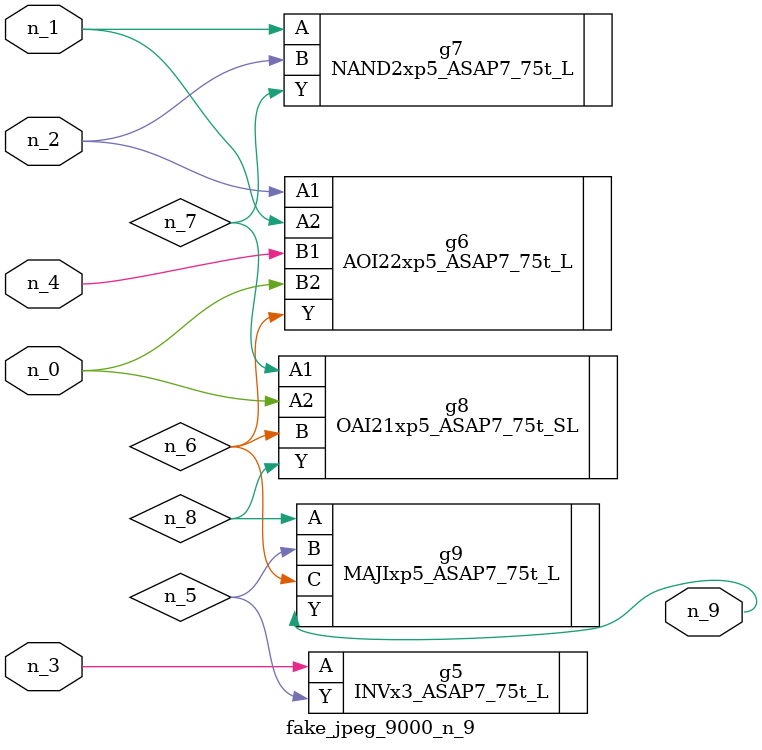
<source format=v>
module fake_jpeg_9000_n_9 (n_3, n_2, n_1, n_0, n_4, n_9);

input n_3;
input n_2;
input n_1;
input n_0;
input n_4;

output n_9;

wire n_8;
wire n_6;
wire n_5;
wire n_7;

INVx3_ASAP7_75t_L g5 ( 
.A(n_3),
.Y(n_5)
);

AOI22xp5_ASAP7_75t_L g6 ( 
.A1(n_2),
.A2(n_1),
.B1(n_4),
.B2(n_0),
.Y(n_6)
);

NAND2xp5_ASAP7_75t_L g7 ( 
.A(n_1),
.B(n_2),
.Y(n_7)
);

OAI21xp5_ASAP7_75t_SL g8 ( 
.A1(n_7),
.A2(n_0),
.B(n_6),
.Y(n_8)
);

MAJIxp5_ASAP7_75t_L g9 ( 
.A(n_8),
.B(n_5),
.C(n_6),
.Y(n_9)
);


endmodule
</source>
